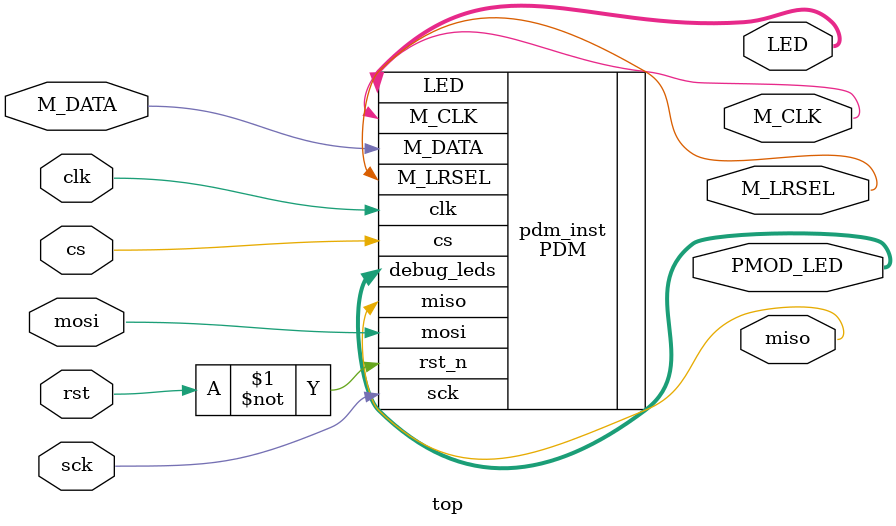
<source format=sv>
module top (
    input  logic clk,
    input  logic rst,

    output logic [7:0]LED,

    input  logic mosi,
    output logic miso,
    input  logic sck,
    input  logic cs,

    output logic M_CLK,      // Clock do microfone
    output logic M_LRSEL,    // Left/Right Select (Escolha do canal)

    input  logic M_DATA,     // Dados do microfone

    output logic [7:0] PMOD_LED
);


PDM #(
    .DECIMATION_FACTOR        (256),
    .DATA_WIDTH               (16),
    .FIR_TAPS                 (64),
    .CLK_FREQ                 (100_000_000),
    .PDM_CLK_FREQ             (1_800_000),
    .CIC_STAGES               (4),
    .FIFO_DEPTH               (65536), // 64kB
    .FIFO_WIDTH               (8),
    .SPI_BITS_PER_WORD        (8),
    .ENABLE_COMPRESSION       (1),
    .PDM_CHANNEL              (0),
    .SECOND_DECIMATION_FACTOR (2),
    .COMPRESSED_DATA_WIDTH    (8)
) pdm_inst (
    .clk         (clk),     // sys clock
    .rst_n       (~rst),    // reset (ativo baixo)

    .LED         (LED),     // saída de LEDs com audio PCM

    .mosi        (mosi),    // entrada do SPI
    .miso        (miso),    // saída do SPI
    .sck         (sck),     // entrada do SPI clock
    .cs          (cs),      // entrada do chip select SPI

    .M_CLK       (M_CLK),   // saída do clock para o microfone
    .M_LRSEL     (M_LRSEL), // seleção de canal do microfone

    .M_DATA      (M_DATA),  // entrada de dados do microfone

    .debug_leds  (PMOD_LED) // saída para LEDs de debug
);


endmodule

</source>
